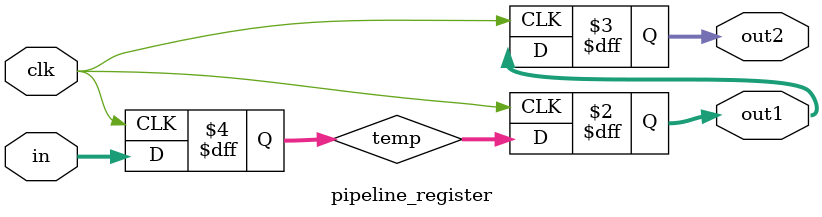
<source format=v>
`timescale 1ns / 1ps


module pipeline_register(input clk, input [3:0] in, output reg [3:0] out1, out2);
  reg [3:0] temp;

  always @(posedge clk) begin
    temp <= in;
    out1 <= temp;
    out2 <= out1;
  end
endmodule


</source>
